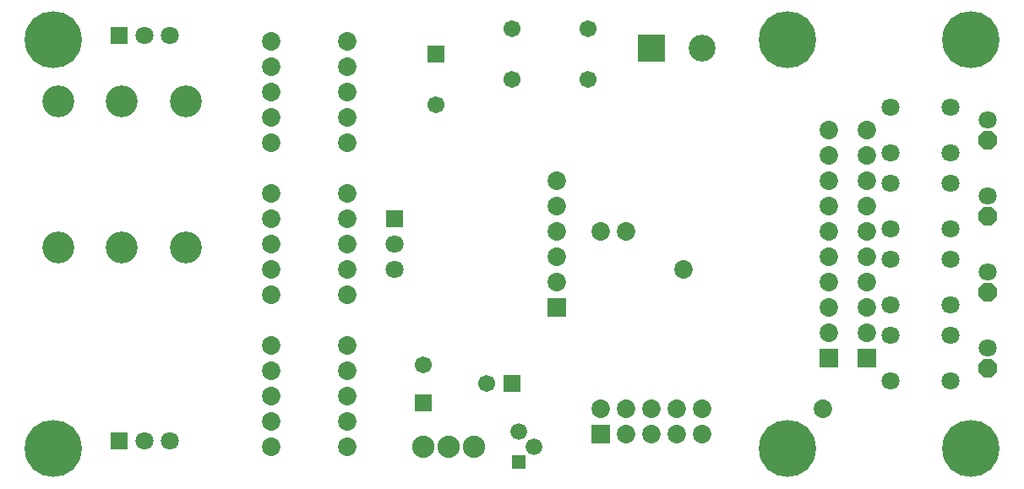
<source format=gbs>
%FSLAX23Y23*%
%MOIN*%
G70*
G01*
G75*
G04 Layer_Color=16711935*
%ADD10R,0.079X0.114*%
%ADD11R,0.025X0.075*%
%ADD12R,0.050X0.054*%
%ADD13R,0.054X0.050*%
%ADD14R,0.070X0.025*%
%ADD15C,0.020*%
%ADD16C,0.015*%
%ADD17C,0.025*%
%ADD18C,0.050*%
%ADD19C,0.030*%
%ADD20C,0.058*%
%ADD21C,0.058*%
%ADD22R,0.050X0.050*%
%ADD23C,0.065*%
%ADD24C,0.063*%
%ADD25P,0.068X8X112.5*%
%ADD26R,0.063X0.063*%
%ADD27R,0.063X0.063*%
%ADD28C,0.217*%
%ADD29C,0.217*%
%ADD30R,0.065X0.065*%
%ADD31C,0.118*%
%ADD32C,0.080*%
%ADD33R,0.059X0.059*%
%ADD34C,0.059*%
%ADD35R,0.059X0.059*%
%ADD36R,0.065X0.065*%
%ADD37C,0.059*%
%ADD38C,0.098*%
%ADD39R,0.098X0.098*%
%ADD40C,0.040*%
%ADD41C,0.035*%
%ADD42C,0.020*%
%ADD43C,0.010*%
%ADD44C,0.014*%
%ADD45C,0.010*%
%ADD46C,0.010*%
%ADD47C,0.008*%
%ADD48R,0.400X0.050*%
%ADD49R,0.087X0.122*%
%ADD50R,0.033X0.083*%
%ADD51R,0.058X0.062*%
%ADD52R,0.062X0.058*%
%ADD53R,0.078X0.033*%
%ADD54C,0.066*%
%ADD55C,0.066*%
%ADD56R,0.058X0.058*%
%ADD57C,0.073*%
%ADD58C,0.071*%
%ADD59P,0.077X8X112.5*%
%ADD60R,0.071X0.071*%
%ADD61R,0.071X0.071*%
%ADD62C,0.225*%
%ADD63C,0.225*%
%ADD64R,0.073X0.073*%
%ADD65C,0.126*%
%ADD66C,0.088*%
%ADD67R,0.067X0.067*%
%ADD68C,0.067*%
%ADD69R,0.067X0.067*%
%ADD70R,0.073X0.073*%
%ADD71C,0.067*%
%ADD72C,0.106*%
%ADD73R,0.106X0.106*%
D54*
X-525Y-740D02*
D03*
D55*
X-465Y-800D02*
D03*
D56*
X-525Y-860D02*
D03*
D57*
X675Y-650D02*
D03*
X-1200Y0D02*
D03*
X-1500D02*
D03*
X-1200Y-700D02*
D03*
X-1500D02*
D03*
X-1200Y700D02*
D03*
X-1500D02*
D03*
X850Y150D02*
D03*
Y250D02*
D03*
Y350D02*
D03*
Y450D02*
D03*
Y50D02*
D03*
Y-50D02*
D03*
Y-150D02*
D03*
Y-350D02*
D03*
Y-250D02*
D03*
X700Y150D02*
D03*
Y250D02*
D03*
Y350D02*
D03*
Y450D02*
D03*
Y50D02*
D03*
Y-50D02*
D03*
Y-150D02*
D03*
Y-350D02*
D03*
Y-250D02*
D03*
X-1200Y-500D02*
D03*
X-1500D02*
D03*
Y-400D02*
D03*
Y-600D02*
D03*
X-1200D02*
D03*
Y-100D02*
D03*
X-1500D02*
D03*
Y200D02*
D03*
X-1200Y500D02*
D03*
X-1500D02*
D03*
Y800D02*
D03*
X200Y-650D02*
D03*
Y-750D02*
D03*
X100Y-650D02*
D03*
Y-750D02*
D03*
X0Y-650D02*
D03*
Y-750D02*
D03*
X-100Y-650D02*
D03*
Y-750D02*
D03*
X-200Y-650D02*
D03*
X-375Y-50D02*
D03*
Y-150D02*
D03*
Y50D02*
D03*
Y150D02*
D03*
Y250D02*
D03*
X125Y-100D02*
D03*
X-100Y50D02*
D03*
X-200D02*
D03*
X-1500Y600D02*
D03*
X-1200D02*
D03*
Y800D02*
D03*
X-1500Y100D02*
D03*
X-1200D02*
D03*
Y200D02*
D03*
Y-400D02*
D03*
X-1500Y400D02*
D03*
X-1200D02*
D03*
X-1500Y-200D02*
D03*
X-1200D02*
D03*
X-1500Y-800D02*
D03*
X-1200D02*
D03*
D58*
X1325Y490D02*
D03*
Y190D02*
D03*
Y-110D02*
D03*
Y-410D02*
D03*
X942Y361D02*
D03*
Y539D02*
D03*
X1178D02*
D03*
Y361D02*
D03*
Y61D02*
D03*
Y239D02*
D03*
X942D02*
D03*
Y61D02*
D03*
Y-239D02*
D03*
Y-61D02*
D03*
X1178D02*
D03*
Y-239D02*
D03*
Y-539D02*
D03*
Y-361D02*
D03*
X942D02*
D03*
Y-539D02*
D03*
X-1900Y-775D02*
D03*
X-2000D02*
D03*
X-1900Y825D02*
D03*
X-2000D02*
D03*
X-1015Y-100D02*
D03*
Y0D02*
D03*
D59*
X1325Y410D02*
D03*
Y110D02*
D03*
Y-190D02*
D03*
Y-490D02*
D03*
D60*
X-2100Y-775D02*
D03*
Y825D02*
D03*
D61*
X-1015Y100D02*
D03*
D62*
X1260Y-807D02*
D03*
Y807D02*
D03*
X-2362D02*
D03*
Y-807D02*
D03*
D63*
X536Y806D02*
D03*
Y-808D02*
D03*
D64*
X850Y-450D02*
D03*
X700D02*
D03*
X-375Y-250D02*
D03*
D65*
X-2342Y564D02*
D03*
Y-14D02*
D03*
X-1838D02*
D03*
Y564D02*
D03*
X-2090Y-14D02*
D03*
Y564D02*
D03*
D66*
X-900Y-800D02*
D03*
X-700D02*
D03*
X-800D02*
D03*
D67*
X-900Y-625D02*
D03*
X-850Y750D02*
D03*
D68*
X-900Y-475D02*
D03*
X-650Y-550D02*
D03*
X-850Y550D02*
D03*
D69*
X-550Y-550D02*
D03*
D70*
X-200Y-750D02*
D03*
D71*
X-550Y850D02*
D03*
X-250Y650D02*
D03*
Y850D02*
D03*
X-550Y650D02*
D03*
D72*
X200Y775D02*
D03*
D73*
X0D02*
D03*
M02*

</source>
